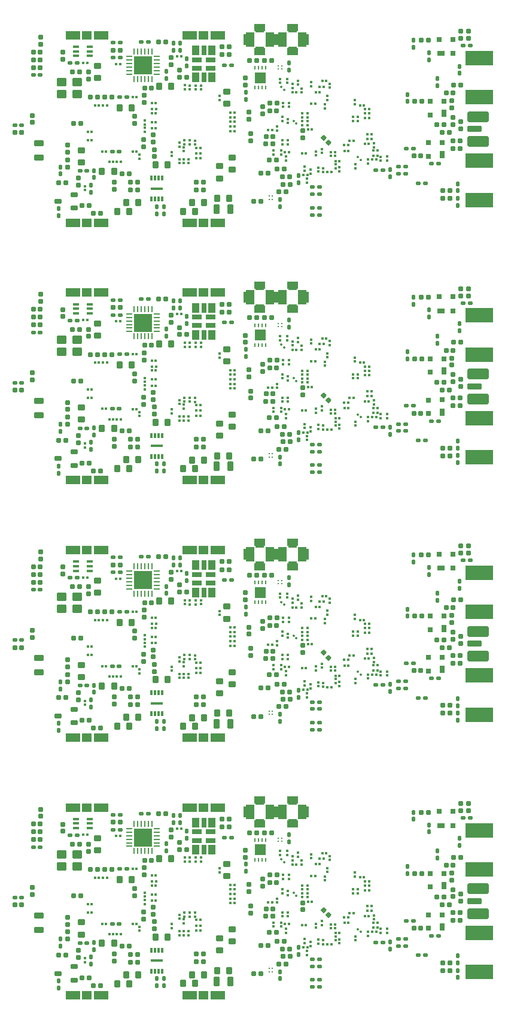
<source format=gbp>
G04 Layer_Color=128*
%FSLAX44Y44*%
%MOMM*%
G71*
G01*
G75*
G04:AMPARAMS|DCode=15|XSize=0.6mm|YSize=0.6mm|CornerRadius=0.06mm|HoleSize=0mm|Usage=FLASHONLY|Rotation=180.000|XOffset=0mm|YOffset=0mm|HoleType=Round|Shape=RoundedRectangle|*
%AMROUNDEDRECTD15*
21,1,0.6000,0.4800,0,0,180.0*
21,1,0.4800,0.6000,0,0,180.0*
1,1,0.1200,-0.2400,0.2400*
1,1,0.1200,0.2400,0.2400*
1,1,0.1200,0.2400,-0.2400*
1,1,0.1200,-0.2400,-0.2400*
%
%ADD15ROUNDEDRECTD15*%
%ADD16R,4.0000X2.0000*%
G04:AMPARAMS|DCode=18|XSize=0.5mm|YSize=0.6mm|CornerRadius=0.05mm|HoleSize=0mm|Usage=FLASHONLY|Rotation=0.000|XOffset=0mm|YOffset=0mm|HoleType=Round|Shape=RoundedRectangle|*
%AMROUNDEDRECTD18*
21,1,0.5000,0.5000,0,0,0.0*
21,1,0.4000,0.6000,0,0,0.0*
1,1,0.1000,0.2000,-0.2500*
1,1,0.1000,-0.2000,-0.2500*
1,1,0.1000,-0.2000,0.2500*
1,1,0.1000,0.2000,0.2500*
%
%ADD18ROUNDEDRECTD18*%
G04:AMPARAMS|DCode=21|XSize=0.6mm|YSize=0.6mm|CornerRadius=0.06mm|HoleSize=0mm|Usage=FLASHONLY|Rotation=270.000|XOffset=0mm|YOffset=0mm|HoleType=Round|Shape=RoundedRectangle|*
%AMROUNDEDRECTD21*
21,1,0.6000,0.4800,0,0,270.0*
21,1,0.4800,0.6000,0,0,270.0*
1,1,0.1200,-0.2400,-0.2400*
1,1,0.1200,-0.2400,0.2400*
1,1,0.1200,0.2400,0.2400*
1,1,0.1200,0.2400,-0.2400*
%
%ADD21ROUNDEDRECTD21*%
G04:AMPARAMS|DCode=22|XSize=1mm|YSize=0.9mm|CornerRadius=0.1125mm|HoleSize=0mm|Usage=FLASHONLY|Rotation=180.000|XOffset=0mm|YOffset=0mm|HoleType=Round|Shape=RoundedRectangle|*
%AMROUNDEDRECTD22*
21,1,1.0000,0.6750,0,0,180.0*
21,1,0.7750,0.9000,0,0,180.0*
1,1,0.2250,-0.3875,0.3375*
1,1,0.2250,0.3875,0.3375*
1,1,0.2250,0.3875,-0.3375*
1,1,0.2250,-0.3875,-0.3375*
%
%ADD22ROUNDEDRECTD22*%
G04:AMPARAMS|DCode=23|XSize=0.5mm|YSize=0.6mm|CornerRadius=0.05mm|HoleSize=0mm|Usage=FLASHONLY|Rotation=90.000|XOffset=0mm|YOffset=0mm|HoleType=Round|Shape=RoundedRectangle|*
%AMROUNDEDRECTD23*
21,1,0.5000,0.5000,0,0,90.0*
21,1,0.4000,0.6000,0,0,90.0*
1,1,0.1000,0.2500,0.2000*
1,1,0.1000,0.2500,-0.2000*
1,1,0.1000,-0.2500,-0.2000*
1,1,0.1000,-0.2500,0.2000*
%
%ADD23ROUNDEDRECTD23*%
%ADD33R,0.3500X0.3000*%
%ADD38R,0.3000X0.3500*%
%ADD39R,1.4000X1.3000*%
%ADD40R,2.0000X1.3000*%
G04:AMPARAMS|DCode=41|XSize=1.3mm|YSize=0.8mm|CornerRadius=0.1mm|HoleSize=0mm|Usage=FLASHONLY|Rotation=270.000|XOffset=0mm|YOffset=0mm|HoleType=Round|Shape=RoundedRectangle|*
%AMROUNDEDRECTD41*
21,1,1.3000,0.6000,0,0,270.0*
21,1,1.1000,0.8000,0,0,270.0*
1,1,0.2000,-0.3000,-0.5500*
1,1,0.2000,-0.3000,0.5500*
1,1,0.2000,0.3000,0.5500*
1,1,0.2000,0.3000,-0.5500*
%
%ADD41ROUNDEDRECTD41*%
%ADD78R,1.5500X1.0000*%
%ADD79R,1.2000X1.6000*%
%ADD80R,1.2000X1.2000*%
%ADD81R,1.2000X2.1500*%
%ADD82R,1.8000X0.3000*%
%ADD83R,0.3000X0.8000*%
%ADD84R,1.0000X0.7000*%
%ADD85R,0.7000X0.7000*%
%ADD86R,0.7000X0.7000*%
%ADD87R,0.7000X1.0000*%
%ADD88C,0.2100*%
G04:AMPARAMS|DCode=89|XSize=0.6mm|YSize=1mm|CornerRadius=0.075mm|HoleSize=0mm|Usage=FLASHONLY|Rotation=270.000|XOffset=0mm|YOffset=0mm|HoleType=Round|Shape=RoundedRectangle|*
%AMROUNDEDRECTD89*
21,1,0.6000,0.8500,0,0,270.0*
21,1,0.4500,1.0000,0,0,270.0*
1,1,0.1500,-0.4250,-0.2250*
1,1,0.1500,-0.4250,0.2250*
1,1,0.1500,0.4250,0.2250*
1,1,0.1500,0.4250,-0.2250*
%
%ADD89ROUNDEDRECTD89*%
%ADD90R,0.8500X0.4000*%
%ADD91R,1.6000X1.6000*%
%ADD92R,0.2500X0.6250*%
G04:AMPARAMS|DCode=93|XSize=1.3mm|YSize=0.8mm|CornerRadius=0.1mm|HoleSize=0mm|Usage=FLASHONLY|Rotation=180.000|XOffset=0mm|YOffset=0mm|HoleType=Round|Shape=RoundedRectangle|*
%AMROUNDEDRECTD93*
21,1,1.3000,0.6000,0,0,180.0*
21,1,1.1000,0.8000,0,0,180.0*
1,1,0.2000,-0.5500,0.3000*
1,1,0.2000,0.5500,0.3000*
1,1,0.2000,0.5500,-0.3000*
1,1,0.2000,-0.5500,-0.3000*
%
%ADD93ROUNDEDRECTD93*%
G04:AMPARAMS|DCode=94|XSize=1.4mm|YSize=1.2mm|CornerRadius=0.15mm|HoleSize=0mm|Usage=FLASHONLY|Rotation=0.000|XOffset=0mm|YOffset=0mm|HoleType=Round|Shape=RoundedRectangle|*
%AMROUNDEDRECTD94*
21,1,1.4000,0.9000,0,0,0.0*
21,1,1.1000,1.2000,0,0,0.0*
1,1,0.3000,0.5500,-0.4500*
1,1,0.3000,-0.5500,-0.4500*
1,1,0.3000,-0.5500,0.4500*
1,1,0.3000,0.5500,0.4500*
%
%ADD94ROUNDEDRECTD94*%
%ADD95R,2.6000X2.6000*%
%ADD96O,0.2500X0.9000*%
%ADD97O,0.9000X0.2500*%
G04:AMPARAMS|DCode=98|XSize=1mm|YSize=0.9mm|CornerRadius=0.1125mm|HoleSize=0mm|Usage=FLASHONLY|Rotation=270.000|XOffset=0mm|YOffset=0mm|HoleType=Round|Shape=RoundedRectangle|*
%AMROUNDEDRECTD98*
21,1,1.0000,0.6750,0,0,270.0*
21,1,0.7750,0.9000,0,0,270.0*
1,1,0.2250,-0.3375,-0.3875*
1,1,0.2250,-0.3375,0.3875*
1,1,0.2250,0.3375,0.3875*
1,1,0.2250,0.3375,-0.3875*
%
%ADD98ROUNDEDRECTD98*%
G04:AMPARAMS|DCode=99|XSize=0.9mm|YSize=2mm|CornerRadius=0.1125mm|HoleSize=0mm|Usage=FLASHONLY|Rotation=270.000|XOffset=0mm|YOffset=0mm|HoleType=Round|Shape=RoundedRectangle|*
%AMROUNDEDRECTD99*
21,1,0.9000,1.7750,0,0,270.0*
21,1,0.6750,2.0000,0,0,270.0*
1,1,0.2250,-0.8875,-0.3375*
1,1,0.2250,-0.8875,0.3375*
1,1,0.2250,0.8875,0.3375*
1,1,0.2250,0.8875,-0.3375*
%
%ADD99ROUNDEDRECTD99*%
G04:AMPARAMS|DCode=100|XSize=1.5mm|YSize=3mm|CornerRadius=0.1875mm|HoleSize=0mm|Usage=FLASHONLY|Rotation=270.000|XOffset=0mm|YOffset=0mm|HoleType=Round|Shape=RoundedRectangle|*
%AMROUNDEDRECTD100*
21,1,1.5000,2.6250,0,0,270.0*
21,1,1.1250,3.0000,0,0,270.0*
1,1,0.3750,-1.3125,-0.5625*
1,1,0.3750,-1.3125,0.5625*
1,1,0.3750,1.3125,0.5625*
1,1,0.3750,1.3125,-0.5625*
%
%ADD100ROUNDEDRECTD100*%
G04:AMPARAMS|DCode=101|XSize=0.3mm|YSize=0.35mm|CornerRadius=0mm|HoleSize=0mm|Usage=FLASHONLY|Rotation=135.000|XOffset=0mm|YOffset=0mm|HoleType=Round|Shape=Rectangle|*
%AMROTATEDRECTD101*
4,1,4,0.2298,0.0177,-0.0177,-0.2298,-0.2298,-0.0177,0.0177,0.2298,0.2298,0.0177,0.0*
%
%ADD101ROTATEDRECTD101*%

G04:AMPARAMS|DCode=102|XSize=0.6mm|YSize=0.6mm|CornerRadius=0.06mm|HoleSize=0mm|Usage=FLASHONLY|Rotation=45.000|XOffset=0mm|YOffset=0mm|HoleType=Round|Shape=RoundedRectangle|*
%AMROUNDEDRECTD102*
21,1,0.6000,0.4800,0,0,45.0*
21,1,0.4800,0.6000,0,0,45.0*
1,1,0.1200,0.3394,0.0000*
1,1,0.1200,0.0000,-0.3394*
1,1,0.1200,-0.3394,0.0000*
1,1,0.1200,0.0000,0.3394*
%
%ADD102ROUNDEDRECTD102*%
%ADD103R,0.7000X1.3500*%
%ADD104R,1.3500X0.7000*%
%ADD105R,1.0000X1.3500*%
D15*
X245885Y240025D02*
D03*
Y230025D02*
D03*
X631125Y186875D02*
D03*
Y196875D02*
D03*
X632250Y173250D02*
D03*
Y163250D02*
D03*
X37750Y176000D02*
D03*
Y166000D02*
D03*
X208750Y148250D02*
D03*
Y138250D02*
D03*
X195250Y141750D02*
D03*
Y131750D02*
D03*
X195750Y204250D02*
D03*
Y194250D02*
D03*
X181750Y174750D02*
D03*
Y164750D02*
D03*
X209750Y127750D02*
D03*
Y117750D02*
D03*
X344250Y170500D02*
D03*
Y180500D02*
D03*
X346250Y140250D02*
D03*
Y150250D02*
D03*
X363000Y178250D02*
D03*
Y188250D02*
D03*
X339000Y219000D02*
D03*
Y229000D02*
D03*
X87750Y134250D02*
D03*
Y124250D02*
D03*
Y113250D02*
D03*
Y103250D02*
D03*
X117000Y227500D02*
D03*
Y237500D02*
D03*
X80250Y265500D02*
D03*
Y255500D02*
D03*
X102250Y77500D02*
D03*
Y87500D02*
D03*
X153000Y72000D02*
D03*
Y82000D02*
D03*
X643750Y167000D02*
D03*
Y157000D02*
D03*
X419760Y144714D02*
D03*
Y154714D02*
D03*
X233750Y257750D02*
D03*
Y247750D02*
D03*
X49250Y286750D02*
D03*
Y276750D02*
D03*
X654500Y295000D02*
D03*
Y285000D02*
D03*
X643500Y295000D02*
D03*
Y285000D02*
D03*
X245885Y603725D02*
D03*
Y593725D02*
D03*
X631125Y550575D02*
D03*
Y560575D02*
D03*
X632250Y536950D02*
D03*
Y526950D02*
D03*
X37750Y539700D02*
D03*
Y529700D02*
D03*
X208750Y511950D02*
D03*
Y501950D02*
D03*
X195250Y505450D02*
D03*
Y495450D02*
D03*
X195750Y567950D02*
D03*
Y557950D02*
D03*
X181750Y538450D02*
D03*
Y528450D02*
D03*
X209750Y491450D02*
D03*
Y481450D02*
D03*
X344250Y534200D02*
D03*
Y544200D02*
D03*
X346250Y503950D02*
D03*
Y513950D02*
D03*
X363000Y541950D02*
D03*
Y551950D02*
D03*
X339000Y582700D02*
D03*
Y592700D02*
D03*
X87750Y497950D02*
D03*
Y487950D02*
D03*
Y476950D02*
D03*
Y466950D02*
D03*
X117000Y591200D02*
D03*
Y601200D02*
D03*
X80250Y629200D02*
D03*
Y619200D02*
D03*
X102250Y441200D02*
D03*
Y451200D02*
D03*
X153000Y435700D02*
D03*
Y445700D02*
D03*
X643750Y530700D02*
D03*
Y520700D02*
D03*
X419760Y508414D02*
D03*
Y518414D02*
D03*
X233750Y621450D02*
D03*
Y611450D02*
D03*
X49250Y650450D02*
D03*
Y640450D02*
D03*
X654500Y658700D02*
D03*
Y648700D02*
D03*
X643500Y658700D02*
D03*
Y648700D02*
D03*
X245885Y967425D02*
D03*
Y957425D02*
D03*
X631125Y914275D02*
D03*
Y924275D02*
D03*
X632250Y900650D02*
D03*
Y890650D02*
D03*
X37750Y903400D02*
D03*
Y893400D02*
D03*
X208750Y875650D02*
D03*
Y865650D02*
D03*
X195250Y869150D02*
D03*
Y859150D02*
D03*
X195750Y931650D02*
D03*
Y921650D02*
D03*
X181750Y902150D02*
D03*
Y892150D02*
D03*
X209750Y855150D02*
D03*
Y845150D02*
D03*
X344250Y897900D02*
D03*
Y907900D02*
D03*
X346250Y867650D02*
D03*
Y877650D02*
D03*
X363000Y905650D02*
D03*
Y915650D02*
D03*
X339000Y946400D02*
D03*
Y956400D02*
D03*
X87750Y861650D02*
D03*
Y851650D02*
D03*
Y840650D02*
D03*
Y830650D02*
D03*
X117000Y954900D02*
D03*
Y964900D02*
D03*
X80250Y992900D02*
D03*
Y982900D02*
D03*
X102250Y804900D02*
D03*
Y814900D02*
D03*
X153000Y799400D02*
D03*
Y809400D02*
D03*
X643750Y894400D02*
D03*
Y884400D02*
D03*
X419760Y872114D02*
D03*
Y882114D02*
D03*
X233750Y985150D02*
D03*
Y975150D02*
D03*
X49250Y1014150D02*
D03*
Y1004150D02*
D03*
X654500Y1022400D02*
D03*
Y1012400D02*
D03*
X643500Y1022400D02*
D03*
Y1012400D02*
D03*
X245885Y1331125D02*
D03*
Y1321125D02*
D03*
X631125Y1277975D02*
D03*
Y1287975D02*
D03*
X632250Y1264350D02*
D03*
Y1254350D02*
D03*
X37750Y1267100D02*
D03*
Y1257100D02*
D03*
X208750Y1239350D02*
D03*
Y1229350D02*
D03*
X195250Y1232850D02*
D03*
Y1222850D02*
D03*
X195750Y1295350D02*
D03*
Y1285350D02*
D03*
X181750Y1265850D02*
D03*
Y1255850D02*
D03*
X209750Y1218850D02*
D03*
Y1208850D02*
D03*
X344250Y1261600D02*
D03*
Y1271600D02*
D03*
X346250Y1231350D02*
D03*
Y1241350D02*
D03*
X363000Y1269350D02*
D03*
Y1279350D02*
D03*
X339000Y1310100D02*
D03*
Y1320100D02*
D03*
X87750Y1225350D02*
D03*
Y1215350D02*
D03*
Y1204350D02*
D03*
Y1194350D02*
D03*
X117000Y1318600D02*
D03*
Y1328600D02*
D03*
X80250Y1356600D02*
D03*
Y1346600D02*
D03*
X102250Y1168600D02*
D03*
Y1178600D02*
D03*
X153000Y1163100D02*
D03*
Y1173100D02*
D03*
X643750Y1258100D02*
D03*
Y1248100D02*
D03*
X419760Y1235814D02*
D03*
Y1245814D02*
D03*
X233750Y1348850D02*
D03*
Y1338850D02*
D03*
X49250Y1377850D02*
D03*
Y1367850D02*
D03*
X654500Y1386100D02*
D03*
Y1376100D02*
D03*
X643500Y1386100D02*
D03*
Y1376100D02*
D03*
D16*
X669450Y201675D02*
D03*
Y257075D02*
D03*
Y112075D02*
D03*
Y56675D02*
D03*
Y565375D02*
D03*
Y620775D02*
D03*
Y475775D02*
D03*
Y420375D02*
D03*
Y929075D02*
D03*
Y984475D02*
D03*
Y839475D02*
D03*
Y784075D02*
D03*
Y1292775D02*
D03*
Y1348175D02*
D03*
Y1203175D02*
D03*
Y1147775D02*
D03*
D18*
X568250Y205750D02*
D03*
Y195750D02*
D03*
X576750Y272500D02*
D03*
Y282500D02*
D03*
X74500Y44250D02*
D03*
Y34250D02*
D03*
X77250Y103250D02*
D03*
Y93250D02*
D03*
X400750Y250500D02*
D03*
Y240500D02*
D03*
X387750Y47250D02*
D03*
Y57250D02*
D03*
X120250Y77750D02*
D03*
Y67750D02*
D03*
X227000Y228000D02*
D03*
Y238000D02*
D03*
X339250Y199000D02*
D03*
Y209000D02*
D03*
X413750Y81250D02*
D03*
X413750Y91250D02*
D03*
X223250Y37250D02*
D03*
Y47250D02*
D03*
X213254D02*
D03*
Y37250D02*
D03*
X256000Y256000D02*
D03*
Y246000D02*
D03*
X246500Y268000D02*
D03*
Y278000D02*
D03*
X237250Y268000D02*
D03*
Y278000D02*
D03*
X610250Y228000D02*
D03*
Y218000D02*
D03*
X599000Y264750D02*
D03*
Y254750D02*
D03*
X543819Y89319D02*
D03*
Y99319D02*
D03*
X125000Y88250D02*
D03*
Y98250D02*
D03*
X642250Y245500D02*
D03*
Y235500D02*
D03*
X639500Y59000D02*
D03*
Y49000D02*
D03*
Y79500D02*
D03*
Y69500D02*
D03*
X568250Y569450D02*
D03*
Y559450D02*
D03*
X576750Y636200D02*
D03*
Y646200D02*
D03*
X74500Y407950D02*
D03*
Y397950D02*
D03*
X77250Y466950D02*
D03*
Y456950D02*
D03*
X400750Y614200D02*
D03*
Y604200D02*
D03*
X387750Y410950D02*
D03*
Y420950D02*
D03*
X120250Y441450D02*
D03*
Y431450D02*
D03*
X227000Y591700D02*
D03*
Y601700D02*
D03*
X339250Y562700D02*
D03*
Y572700D02*
D03*
X413750Y444950D02*
D03*
X413750Y454950D02*
D03*
X223250Y400950D02*
D03*
Y410950D02*
D03*
X213254D02*
D03*
Y400950D02*
D03*
X256000Y619700D02*
D03*
Y609700D02*
D03*
X246500Y631700D02*
D03*
Y641700D02*
D03*
X237250Y631700D02*
D03*
Y641700D02*
D03*
X610250Y591700D02*
D03*
Y581700D02*
D03*
X599000Y628450D02*
D03*
Y618450D02*
D03*
X543819Y453019D02*
D03*
Y463019D02*
D03*
X125000Y451950D02*
D03*
Y461950D02*
D03*
X642250Y609200D02*
D03*
Y599200D02*
D03*
X639500Y422700D02*
D03*
Y412700D02*
D03*
Y443200D02*
D03*
Y433200D02*
D03*
X568250Y933150D02*
D03*
Y923150D02*
D03*
X576750Y999900D02*
D03*
Y1009900D02*
D03*
X74500Y771650D02*
D03*
Y761650D02*
D03*
X77250Y830650D02*
D03*
Y820650D02*
D03*
X400750Y977900D02*
D03*
Y967900D02*
D03*
X387750Y774650D02*
D03*
Y784650D02*
D03*
X120250Y805150D02*
D03*
Y795150D02*
D03*
X227000Y955400D02*
D03*
Y965400D02*
D03*
X339250Y926400D02*
D03*
Y936400D02*
D03*
X413750Y808650D02*
D03*
X413750Y818650D02*
D03*
X223250Y764650D02*
D03*
Y774650D02*
D03*
X213254D02*
D03*
Y764650D02*
D03*
X256000Y983400D02*
D03*
Y973400D02*
D03*
X246500Y995400D02*
D03*
Y1005400D02*
D03*
X237250Y995400D02*
D03*
Y1005400D02*
D03*
X610250Y955400D02*
D03*
Y945400D02*
D03*
X599000Y992150D02*
D03*
Y982150D02*
D03*
X543819Y816719D02*
D03*
Y826719D02*
D03*
X125000Y815650D02*
D03*
Y825650D02*
D03*
X642250Y972900D02*
D03*
Y962900D02*
D03*
X639500Y786400D02*
D03*
Y776400D02*
D03*
Y806900D02*
D03*
Y796900D02*
D03*
X568250Y1296850D02*
D03*
Y1286850D02*
D03*
X576750Y1363600D02*
D03*
Y1373600D02*
D03*
X74500Y1135350D02*
D03*
Y1125350D02*
D03*
X77250Y1194350D02*
D03*
Y1184350D02*
D03*
X400750Y1341600D02*
D03*
Y1331600D02*
D03*
X387750Y1138350D02*
D03*
Y1148350D02*
D03*
X120250Y1168850D02*
D03*
Y1158850D02*
D03*
X227000Y1319100D02*
D03*
Y1329100D02*
D03*
X339250Y1290100D02*
D03*
Y1300100D02*
D03*
X413750Y1172350D02*
D03*
X413750Y1182350D02*
D03*
X223250Y1128350D02*
D03*
Y1138350D02*
D03*
X213254D02*
D03*
Y1128350D02*
D03*
X256000Y1347100D02*
D03*
Y1337100D02*
D03*
X246500Y1359100D02*
D03*
Y1369100D02*
D03*
X237250Y1359100D02*
D03*
Y1369100D02*
D03*
X610250Y1319100D02*
D03*
Y1309100D02*
D03*
X599000Y1355850D02*
D03*
Y1345850D02*
D03*
X543819Y1180419D02*
D03*
Y1190419D02*
D03*
X125000Y1179350D02*
D03*
Y1189350D02*
D03*
X642250Y1336600D02*
D03*
Y1326600D02*
D03*
X639500Y1150100D02*
D03*
Y1140100D02*
D03*
Y1170600D02*
D03*
Y1160600D02*
D03*
D21*
X255750Y230000D02*
D03*
X245750D02*
D03*
X74500Y80750D02*
D03*
X84500D02*
D03*
X124000Y37500D02*
D03*
X134000D02*
D03*
X108000Y48500D02*
D03*
X118000D02*
D03*
X620125Y162625D02*
D03*
X610125D02*
D03*
X587500Y282500D02*
D03*
X597500D02*
D03*
X587250Y118750D02*
D03*
X577250D02*
D03*
X588750Y195750D02*
D03*
X578750Y195750D02*
D03*
X627625Y151625D02*
D03*
X617625D02*
D03*
X632875Y207875D02*
D03*
X622875D02*
D03*
X643250Y219000D02*
D03*
X633250D02*
D03*
X642750Y140500D02*
D03*
X632750Y140500D02*
D03*
X206250Y214750D02*
D03*
X196250D02*
D03*
X48750Y265750D02*
D03*
X38750D02*
D03*
X48750Y254750D02*
D03*
X38750D02*
D03*
X368000Y135750D02*
D03*
X378000D02*
D03*
X365750Y253750D02*
D03*
X375750D02*
D03*
X344750D02*
D03*
X354750D02*
D03*
X22525Y151705D02*
D03*
X12525D02*
D03*
X360500Y54250D02*
D03*
X350500D02*
D03*
X386000Y68250D02*
D03*
X396000D02*
D03*
X119500Y201750D02*
D03*
X129500D02*
D03*
X149750D02*
D03*
X139750D02*
D03*
X48750Y243750D02*
D03*
X38750D02*
D03*
X96000Y164750D02*
D03*
X106000D02*
D03*
X94250Y237500D02*
D03*
X104250D02*
D03*
X216250Y280250D02*
D03*
X226250D02*
D03*
X164500Y93750D02*
D03*
X174500D02*
D03*
X176391Y81901D02*
D03*
X186391D02*
D03*
X269500Y82000D02*
D03*
X279500D02*
D03*
X186641Y70901D02*
D03*
X176641D02*
D03*
X279500Y71000D02*
D03*
X269500D02*
D03*
X632750Y129500D02*
D03*
X642750D02*
D03*
X368010Y146214D02*
D03*
X378010D02*
D03*
X373260Y193714D02*
D03*
X383260D02*
D03*
X373223Y182750D02*
D03*
X383223D02*
D03*
X373000Y112777D02*
D03*
X383000D02*
D03*
X371000Y94277D02*
D03*
X361000D02*
D03*
X401500Y89027D02*
D03*
X391500D02*
D03*
X393500Y100027D02*
D03*
X383500D02*
D03*
X402510Y78714D02*
D03*
X392510D02*
D03*
X306000Y261750D02*
D03*
X316000D02*
D03*
X305944Y272913D02*
D03*
X315944D02*
D03*
X151750Y268250D02*
D03*
X161750D02*
D03*
X618000Y58780D02*
D03*
X628000D02*
D03*
X618000Y69750D02*
D03*
X628000D02*
D03*
X255750Y593700D02*
D03*
X245750D02*
D03*
X74500Y444450D02*
D03*
X84500D02*
D03*
X124000Y401200D02*
D03*
X134000D02*
D03*
X108000Y412200D02*
D03*
X118000D02*
D03*
X620125Y526325D02*
D03*
X610125D02*
D03*
X587500Y646200D02*
D03*
X597500D02*
D03*
X587250Y482450D02*
D03*
X577250D02*
D03*
X588750Y559450D02*
D03*
X578750Y559450D02*
D03*
X627625Y515325D02*
D03*
X617625D02*
D03*
X632875Y571575D02*
D03*
X622875D02*
D03*
X643250Y582700D02*
D03*
X633250D02*
D03*
X642750Y504200D02*
D03*
X632750Y504200D02*
D03*
X206250Y578450D02*
D03*
X196250D02*
D03*
X48750Y629450D02*
D03*
X38750D02*
D03*
X48750Y618450D02*
D03*
X38750D02*
D03*
X368000Y499450D02*
D03*
X378000D02*
D03*
X365750Y617450D02*
D03*
X375750D02*
D03*
X344750D02*
D03*
X354750D02*
D03*
X22525Y515405D02*
D03*
X12525D02*
D03*
X360500Y417950D02*
D03*
X350500D02*
D03*
X386000Y431950D02*
D03*
X396000D02*
D03*
X119500Y565450D02*
D03*
X129500D02*
D03*
X149750D02*
D03*
X139750D02*
D03*
X48750Y607450D02*
D03*
X38750D02*
D03*
X96000Y528450D02*
D03*
X106000D02*
D03*
X94250Y601200D02*
D03*
X104250D02*
D03*
X216250Y643950D02*
D03*
X226250D02*
D03*
X164500Y457450D02*
D03*
X174500D02*
D03*
X176391Y445601D02*
D03*
X186391D02*
D03*
X269500Y445700D02*
D03*
X279500D02*
D03*
X186641Y434601D02*
D03*
X176641D02*
D03*
X279500Y434700D02*
D03*
X269500D02*
D03*
X632750Y493200D02*
D03*
X642750D02*
D03*
X368010Y509914D02*
D03*
X378010D02*
D03*
X373260Y557414D02*
D03*
X383260D02*
D03*
X373223Y546450D02*
D03*
X383223D02*
D03*
X373000Y476477D02*
D03*
X383000D02*
D03*
X371000Y457977D02*
D03*
X361000D02*
D03*
X401500Y452727D02*
D03*
X391500D02*
D03*
X393500Y463727D02*
D03*
X383500D02*
D03*
X402510Y442414D02*
D03*
X392510D02*
D03*
X306000Y625450D02*
D03*
X316000D02*
D03*
X305944Y636613D02*
D03*
X315944D02*
D03*
X151750Y631950D02*
D03*
X161750D02*
D03*
X618000Y422480D02*
D03*
X628000D02*
D03*
X618000Y433450D02*
D03*
X628000D02*
D03*
X255750Y957400D02*
D03*
X245750D02*
D03*
X74500Y808150D02*
D03*
X84500D02*
D03*
X124000Y764900D02*
D03*
X134000D02*
D03*
X108000Y775900D02*
D03*
X118000D02*
D03*
X620125Y890025D02*
D03*
X610125D02*
D03*
X587500Y1009900D02*
D03*
X597500D02*
D03*
X587250Y846150D02*
D03*
X577250D02*
D03*
X588750Y923150D02*
D03*
X578750Y923150D02*
D03*
X627625Y879025D02*
D03*
X617625D02*
D03*
X632875Y935275D02*
D03*
X622875D02*
D03*
X643250Y946400D02*
D03*
X633250D02*
D03*
X642750Y867900D02*
D03*
X632750Y867900D02*
D03*
X206250Y942150D02*
D03*
X196250D02*
D03*
X48750Y993150D02*
D03*
X38750D02*
D03*
X48750Y982150D02*
D03*
X38750D02*
D03*
X368000Y863150D02*
D03*
X378000D02*
D03*
X365750Y981150D02*
D03*
X375750D02*
D03*
X344750D02*
D03*
X354750D02*
D03*
X22525Y879105D02*
D03*
X12525D02*
D03*
X360500Y781650D02*
D03*
X350500D02*
D03*
X386000Y795650D02*
D03*
X396000D02*
D03*
X119500Y929150D02*
D03*
X129500D02*
D03*
X149750D02*
D03*
X139750D02*
D03*
X48750Y971150D02*
D03*
X38750D02*
D03*
X96000Y892150D02*
D03*
X106000D02*
D03*
X94250Y964900D02*
D03*
X104250D02*
D03*
X216250Y1007650D02*
D03*
X226250D02*
D03*
X164500Y821150D02*
D03*
X174500D02*
D03*
X176391Y809301D02*
D03*
X186391D02*
D03*
X269500Y809400D02*
D03*
X279500D02*
D03*
X186641Y798301D02*
D03*
X176641D02*
D03*
X279500Y798400D02*
D03*
X269500D02*
D03*
X632750Y856900D02*
D03*
X642750D02*
D03*
X368010Y873614D02*
D03*
X378010D02*
D03*
X373260Y921114D02*
D03*
X383260D02*
D03*
X373223Y910150D02*
D03*
X383223D02*
D03*
X373000Y840177D02*
D03*
X383000D02*
D03*
X371000Y821677D02*
D03*
X361000D02*
D03*
X401500Y816427D02*
D03*
X391500D02*
D03*
X393500Y827427D02*
D03*
X383500D02*
D03*
X402510Y806114D02*
D03*
X392510D02*
D03*
X306000Y989150D02*
D03*
X316000D02*
D03*
X305944Y1000313D02*
D03*
X315944D02*
D03*
X151750Y995650D02*
D03*
X161750D02*
D03*
X618000Y786180D02*
D03*
X628000D02*
D03*
X618000Y797150D02*
D03*
X628000D02*
D03*
X255750Y1321100D02*
D03*
X245750D02*
D03*
X74500Y1171850D02*
D03*
X84500D02*
D03*
X124000Y1128600D02*
D03*
X134000D02*
D03*
X108000Y1139600D02*
D03*
X118000D02*
D03*
X620125Y1253725D02*
D03*
X610125D02*
D03*
X587500Y1373600D02*
D03*
X597500D02*
D03*
X587250Y1209850D02*
D03*
X577250D02*
D03*
X588750Y1286850D02*
D03*
X578750Y1286850D02*
D03*
X627625Y1242725D02*
D03*
X617625D02*
D03*
X632875Y1298975D02*
D03*
X622875D02*
D03*
X643250Y1310100D02*
D03*
X633250D02*
D03*
X642750Y1231600D02*
D03*
X632750Y1231600D02*
D03*
X206250Y1305850D02*
D03*
X196250D02*
D03*
X48750Y1356850D02*
D03*
X38750D02*
D03*
X48750Y1345850D02*
D03*
X38750D02*
D03*
X368000Y1226850D02*
D03*
X378000D02*
D03*
X365750Y1344850D02*
D03*
X375750D02*
D03*
X344750D02*
D03*
X354750D02*
D03*
X22525Y1242805D02*
D03*
X12525D02*
D03*
X360500Y1145350D02*
D03*
X350500D02*
D03*
X386000Y1159350D02*
D03*
X396000D02*
D03*
X119500Y1292850D02*
D03*
X129500D02*
D03*
X149750D02*
D03*
X139750D02*
D03*
X48750Y1334850D02*
D03*
X38750D02*
D03*
X96000Y1255850D02*
D03*
X106000D02*
D03*
X94250Y1328600D02*
D03*
X104250D02*
D03*
X216250Y1371350D02*
D03*
X226250D02*
D03*
X164500Y1184850D02*
D03*
X174500D02*
D03*
X176391Y1173001D02*
D03*
X186391D02*
D03*
X269500Y1173100D02*
D03*
X279500D02*
D03*
X186641Y1162001D02*
D03*
X176641D02*
D03*
X279500Y1162100D02*
D03*
X269500D02*
D03*
X632750Y1220600D02*
D03*
X642750D02*
D03*
X368010Y1237314D02*
D03*
X378010D02*
D03*
X373260Y1284814D02*
D03*
X383260D02*
D03*
X373223Y1273850D02*
D03*
X383223D02*
D03*
X373000Y1203877D02*
D03*
X383000D02*
D03*
X371000Y1185377D02*
D03*
X361000D02*
D03*
X401500Y1180127D02*
D03*
X391500D02*
D03*
X393500Y1191127D02*
D03*
X383500D02*
D03*
X402510Y1169814D02*
D03*
X392510D02*
D03*
X306000Y1352850D02*
D03*
X316000D02*
D03*
X305944Y1364014D02*
D03*
X315944D02*
D03*
X151750Y1359350D02*
D03*
X161750D02*
D03*
X618000Y1149880D02*
D03*
X628000D02*
D03*
X618000Y1160850D02*
D03*
X628000D02*
D03*
D22*
X302500Y87250D02*
D03*
Y104250D02*
D03*
X312500Y192350D02*
D03*
Y209350D02*
D03*
X106750Y109850D02*
D03*
Y126850D02*
D03*
X320500Y99750D02*
D03*
Y116750D02*
D03*
X130000Y246000D02*
D03*
Y229000D02*
D03*
X302500Y450950D02*
D03*
Y467950D02*
D03*
X312500Y556050D02*
D03*
Y573050D02*
D03*
X106750Y473550D02*
D03*
Y490550D02*
D03*
X320500Y463450D02*
D03*
Y480450D02*
D03*
X130000Y609700D02*
D03*
Y592700D02*
D03*
X302500Y814650D02*
D03*
Y831650D02*
D03*
X312500Y919750D02*
D03*
Y936750D02*
D03*
X106750Y837250D02*
D03*
Y854250D02*
D03*
X320500Y827150D02*
D03*
Y844150D02*
D03*
X130000Y973400D02*
D03*
Y956400D02*
D03*
X302500Y1178350D02*
D03*
Y1195350D02*
D03*
X312500Y1283450D02*
D03*
Y1300450D02*
D03*
X106750Y1200950D02*
D03*
Y1217950D02*
D03*
X320500Y1190850D02*
D03*
Y1207850D02*
D03*
X130000Y1337100D02*
D03*
Y1320100D02*
D03*
D23*
X309500Y247000D02*
D03*
X319500D02*
D03*
X566500Y129250D02*
D03*
X576500D02*
D03*
X48750Y233250D02*
D03*
X38750D02*
D03*
X12500Y162000D02*
D03*
X22500D02*
D03*
X104750Y97750D02*
D03*
X114750D02*
D03*
X101000Y250250D02*
D03*
X91000D02*
D03*
X160501Y125100D02*
D03*
X150500D02*
D03*
X160751Y202350D02*
D03*
X170751D02*
D03*
X201750Y280250D02*
D03*
X191750D02*
D03*
X555853Y93750D02*
D03*
X565853D02*
D03*
X523250Y98750D02*
D03*
X533250D02*
D03*
X434000Y45750D02*
D03*
X444000D02*
D03*
X443918Y74667D02*
D03*
X433918D02*
D03*
X151750Y257750D02*
D03*
X161750D02*
D03*
X151750Y278750D02*
D03*
X161750D02*
D03*
X612000Y107750D02*
D03*
X602000D02*
D03*
X593750Y80250D02*
D03*
X583750D02*
D03*
X555853Y103750D02*
D03*
X565853D02*
D03*
X433918Y64667D02*
D03*
X443918D02*
D03*
X434000Y35500D02*
D03*
X444000D02*
D03*
X657000Y274500D02*
D03*
X647000D02*
D03*
X309500Y610700D02*
D03*
X319500D02*
D03*
X566500Y492950D02*
D03*
X576500D02*
D03*
X48750Y596950D02*
D03*
X38750D02*
D03*
X12500Y525700D02*
D03*
X22500D02*
D03*
X104750Y461450D02*
D03*
X114750D02*
D03*
X101000Y613950D02*
D03*
X91000D02*
D03*
X160501Y488800D02*
D03*
X150500D02*
D03*
X160751Y566050D02*
D03*
X170751D02*
D03*
X201750Y643950D02*
D03*
X191750D02*
D03*
X555853Y457450D02*
D03*
X565853D02*
D03*
X523250Y462450D02*
D03*
X533250D02*
D03*
X434000Y409450D02*
D03*
X444000D02*
D03*
X443918Y438367D02*
D03*
X433918D02*
D03*
X151750Y621450D02*
D03*
X161750D02*
D03*
X151750Y642450D02*
D03*
X161750D02*
D03*
X612000Y471450D02*
D03*
X602000D02*
D03*
X593750Y443950D02*
D03*
X583750D02*
D03*
X555853Y467450D02*
D03*
X565853D02*
D03*
X433918Y428367D02*
D03*
X443918D02*
D03*
X434000Y399200D02*
D03*
X444000D02*
D03*
X657000Y638200D02*
D03*
X647000D02*
D03*
X309500Y974400D02*
D03*
X319500D02*
D03*
X566500Y856650D02*
D03*
X576500D02*
D03*
X48750Y960650D02*
D03*
X38750D02*
D03*
X12500Y889400D02*
D03*
X22500D02*
D03*
X104750Y825150D02*
D03*
X114750D02*
D03*
X101000Y977650D02*
D03*
X91000D02*
D03*
X160501Y852500D02*
D03*
X150500D02*
D03*
X160751Y929750D02*
D03*
X170751D02*
D03*
X201750Y1007650D02*
D03*
X191750D02*
D03*
X555853Y821150D02*
D03*
X565853D02*
D03*
X523250Y826150D02*
D03*
X533250D02*
D03*
X434000Y773150D02*
D03*
X444000D02*
D03*
X443918Y802067D02*
D03*
X433918D02*
D03*
X151750Y985150D02*
D03*
X161750D02*
D03*
X151750Y1006150D02*
D03*
X161750D02*
D03*
X612000Y835150D02*
D03*
X602000D02*
D03*
X593750Y807650D02*
D03*
X583750D02*
D03*
X555853Y831150D02*
D03*
X565853D02*
D03*
X433918Y792067D02*
D03*
X443918D02*
D03*
X434000Y762900D02*
D03*
X444000D02*
D03*
X657000Y1001900D02*
D03*
X647000D02*
D03*
X309500Y1338100D02*
D03*
X319500D02*
D03*
X566500Y1220350D02*
D03*
X576500D02*
D03*
X48750Y1324350D02*
D03*
X38750D02*
D03*
X12500Y1253100D02*
D03*
X22500D02*
D03*
X104750Y1188850D02*
D03*
X114750D02*
D03*
X101000Y1341350D02*
D03*
X91000D02*
D03*
X160501Y1216200D02*
D03*
X150500D02*
D03*
X160751Y1293450D02*
D03*
X170751D02*
D03*
X201750Y1371350D02*
D03*
X191750D02*
D03*
X555853Y1184850D02*
D03*
X565853D02*
D03*
X523250Y1189850D02*
D03*
X533250D02*
D03*
X434000Y1136850D02*
D03*
X444000D02*
D03*
X443918Y1165767D02*
D03*
X433918D02*
D03*
X151750Y1348850D02*
D03*
X161750D02*
D03*
X151750Y1369850D02*
D03*
X161750D02*
D03*
X612000Y1198850D02*
D03*
X602000D02*
D03*
X593750Y1171350D02*
D03*
X583750D02*
D03*
X555853Y1194850D02*
D03*
X565853D02*
D03*
X433918Y1155767D02*
D03*
X443918D02*
D03*
X434000Y1126600D02*
D03*
X444000D02*
D03*
X657000Y1365600D02*
D03*
X647000D02*
D03*
D33*
X491500Y168200D02*
D03*
Y173800D02*
D03*
X493890Y191950D02*
D03*
Y197550D02*
D03*
X498250Y173800D02*
D03*
Y168200D02*
D03*
X258500Y114300D02*
D03*
Y108700D02*
D03*
X196751Y158400D02*
D03*
Y152800D02*
D03*
X188750Y115050D02*
D03*
Y120650D02*
D03*
X111500Y76050D02*
D03*
Y70450D02*
D03*
X196250Y168900D02*
D03*
Y163300D02*
D03*
X245250Y108700D02*
D03*
Y114300D02*
D03*
X252000Y108700D02*
D03*
X252000Y114300D02*
D03*
X267500Y134950D02*
D03*
X267500Y140550D02*
D03*
X260400Y218260D02*
D03*
Y212660D02*
D03*
X252950Y218510D02*
D03*
Y212910D02*
D03*
X260250Y135200D02*
D03*
Y140800D02*
D03*
X252500Y135200D02*
D03*
X252500Y140800D02*
D03*
X268600Y218260D02*
D03*
Y212660D02*
D03*
X234500Y118700D02*
D03*
Y124300D02*
D03*
X251500Y125450D02*
D03*
Y131050D02*
D03*
X246000Y137550D02*
D03*
X246000Y131950D02*
D03*
X276500Y218300D02*
D03*
Y212700D02*
D03*
X302750Y203300D02*
D03*
Y197700D02*
D03*
X398510Y140940D02*
D03*
Y135340D02*
D03*
X391250Y141027D02*
D03*
Y135427D02*
D03*
X383250Y154750D02*
D03*
Y160350D02*
D03*
X399260Y165414D02*
D03*
Y171014D02*
D03*
X391460Y168214D02*
D03*
Y173814D02*
D03*
X392000Y193714D02*
D03*
Y188114D02*
D03*
X400500Y193714D02*
D03*
Y188114D02*
D03*
X398010Y227764D02*
D03*
Y222164D02*
D03*
X388000Y222027D02*
D03*
Y227627D02*
D03*
X418760Y208414D02*
D03*
Y214014D02*
D03*
X405750Y214777D02*
D03*
Y220377D02*
D03*
X413260Y219414D02*
D03*
Y225014D02*
D03*
X426760Y168014D02*
D03*
Y162414D02*
D03*
X419250Y168110D02*
D03*
Y162510D02*
D03*
X426760Y179014D02*
D03*
Y173414D02*
D03*
X419250Y179014D02*
D03*
Y173414D02*
D03*
X454760Y203714D02*
D03*
Y198114D02*
D03*
X431760Y217414D02*
D03*
Y223014D02*
D03*
X451250Y191777D02*
D03*
Y186177D02*
D03*
X458260Y215164D02*
D03*
Y220764D02*
D03*
X520500Y131277D02*
D03*
Y136877D02*
D03*
X530465Y117673D02*
D03*
Y112073D02*
D03*
X539437Y117817D02*
D03*
Y112217D02*
D03*
X439000Y125100D02*
D03*
Y119500D02*
D03*
X447270Y122964D02*
D03*
Y128564D02*
D03*
X442250Y102300D02*
D03*
Y96700D02*
D03*
X512460Y113514D02*
D03*
Y107914D02*
D03*
X422510Y103514D02*
D03*
Y97914D02*
D03*
X389260Y126514D02*
D03*
Y120914D02*
D03*
X378750Y126527D02*
D03*
Y120927D02*
D03*
X396250Y112277D02*
D03*
Y117877D02*
D03*
X448750Y101550D02*
D03*
Y95950D02*
D03*
X494740Y107000D02*
D03*
Y101400D02*
D03*
X426060Y86564D02*
D03*
Y80964D02*
D03*
X431500Y99250D02*
D03*
Y93650D02*
D03*
X471750Y97200D02*
D03*
Y102800D02*
D03*
X466300Y101450D02*
D03*
Y107050D02*
D03*
X491500Y531900D02*
D03*
Y537500D02*
D03*
X493890Y555650D02*
D03*
Y561250D02*
D03*
X498250Y537500D02*
D03*
Y531900D02*
D03*
X258500Y478000D02*
D03*
Y472400D02*
D03*
X196751Y522100D02*
D03*
Y516500D02*
D03*
X188750Y478750D02*
D03*
Y484350D02*
D03*
X111500Y439750D02*
D03*
Y434150D02*
D03*
X196250Y532600D02*
D03*
Y527000D02*
D03*
X245250Y472400D02*
D03*
Y478000D02*
D03*
X252000Y472400D02*
D03*
X252000Y478000D02*
D03*
X267500Y498650D02*
D03*
X267500Y504250D02*
D03*
X260400Y581960D02*
D03*
Y576360D02*
D03*
X252950Y582210D02*
D03*
Y576610D02*
D03*
X260250Y498900D02*
D03*
Y504500D02*
D03*
X252500Y498900D02*
D03*
X252500Y504500D02*
D03*
X268600Y581960D02*
D03*
Y576360D02*
D03*
X234500Y482400D02*
D03*
Y488000D02*
D03*
X251500Y489150D02*
D03*
Y494750D02*
D03*
X246000Y501250D02*
D03*
X246000Y495650D02*
D03*
X276500Y582000D02*
D03*
Y576400D02*
D03*
X302750Y567000D02*
D03*
Y561400D02*
D03*
X398510Y504640D02*
D03*
Y499040D02*
D03*
X391250Y504727D02*
D03*
Y499127D02*
D03*
X383250Y518450D02*
D03*
Y524050D02*
D03*
X399260Y529114D02*
D03*
Y534714D02*
D03*
X391460Y531914D02*
D03*
Y537514D02*
D03*
X392000Y557414D02*
D03*
Y551814D02*
D03*
X400500Y557414D02*
D03*
Y551814D02*
D03*
X398010Y591464D02*
D03*
Y585864D02*
D03*
X388000Y585727D02*
D03*
Y591327D02*
D03*
X418760Y572114D02*
D03*
Y577714D02*
D03*
X405750Y578477D02*
D03*
Y584077D02*
D03*
X413260Y583114D02*
D03*
Y588714D02*
D03*
X426760Y531714D02*
D03*
Y526114D02*
D03*
X419250Y531810D02*
D03*
Y526210D02*
D03*
X426760Y542714D02*
D03*
Y537114D02*
D03*
X419250Y542714D02*
D03*
Y537114D02*
D03*
X454760Y567414D02*
D03*
Y561814D02*
D03*
X431760Y581114D02*
D03*
Y586714D02*
D03*
X451250Y555477D02*
D03*
Y549877D02*
D03*
X458260Y578864D02*
D03*
Y584464D02*
D03*
X520500Y494977D02*
D03*
Y500577D02*
D03*
X530465Y481373D02*
D03*
Y475773D02*
D03*
X539437Y481517D02*
D03*
Y475917D02*
D03*
X439000Y488800D02*
D03*
Y483200D02*
D03*
X447270Y486664D02*
D03*
Y492264D02*
D03*
X442250Y466000D02*
D03*
Y460400D02*
D03*
X512460Y477214D02*
D03*
Y471614D02*
D03*
X422510Y467214D02*
D03*
Y461614D02*
D03*
X389260Y490214D02*
D03*
Y484614D02*
D03*
X378750Y490227D02*
D03*
Y484627D02*
D03*
X396250Y475977D02*
D03*
Y481577D02*
D03*
X448750Y465250D02*
D03*
Y459650D02*
D03*
X494740Y470700D02*
D03*
Y465100D02*
D03*
X426060Y450264D02*
D03*
Y444664D02*
D03*
X431500Y462950D02*
D03*
Y457350D02*
D03*
X471750Y460900D02*
D03*
Y466500D02*
D03*
X466300Y465150D02*
D03*
Y470750D02*
D03*
X491500Y895600D02*
D03*
Y901200D02*
D03*
X493890Y919350D02*
D03*
Y924950D02*
D03*
X498250Y901200D02*
D03*
Y895600D02*
D03*
X258500Y841700D02*
D03*
Y836100D02*
D03*
X196751Y885800D02*
D03*
Y880200D02*
D03*
X188750Y842450D02*
D03*
Y848050D02*
D03*
X111500Y803450D02*
D03*
Y797850D02*
D03*
X196250Y896300D02*
D03*
Y890700D02*
D03*
X245250Y836100D02*
D03*
Y841700D02*
D03*
X252000Y836100D02*
D03*
X252000Y841700D02*
D03*
X267500Y862350D02*
D03*
X267500Y867950D02*
D03*
X260400Y945660D02*
D03*
Y940060D02*
D03*
X252950Y945910D02*
D03*
Y940310D02*
D03*
X260250Y862600D02*
D03*
Y868200D02*
D03*
X252500Y862600D02*
D03*
X252500Y868200D02*
D03*
X268600Y945660D02*
D03*
Y940060D02*
D03*
X234500Y846100D02*
D03*
Y851700D02*
D03*
X251500Y852850D02*
D03*
Y858450D02*
D03*
X246000Y864950D02*
D03*
X246000Y859350D02*
D03*
X276500Y945700D02*
D03*
Y940100D02*
D03*
X302750Y930700D02*
D03*
Y925100D02*
D03*
X398510Y868340D02*
D03*
Y862740D02*
D03*
X391250Y868427D02*
D03*
Y862827D02*
D03*
X383250Y882150D02*
D03*
Y887750D02*
D03*
X399260Y892814D02*
D03*
Y898414D02*
D03*
X391460Y895614D02*
D03*
Y901214D02*
D03*
X392000Y921114D02*
D03*
Y915514D02*
D03*
X400500Y921114D02*
D03*
Y915514D02*
D03*
X398010Y955164D02*
D03*
Y949564D02*
D03*
X388000Y949427D02*
D03*
Y955027D02*
D03*
X418760Y935814D02*
D03*
Y941414D02*
D03*
X405750Y942177D02*
D03*
Y947777D02*
D03*
X413260Y946814D02*
D03*
Y952414D02*
D03*
X426760Y895414D02*
D03*
Y889814D02*
D03*
X419250Y895510D02*
D03*
Y889910D02*
D03*
X426760Y906414D02*
D03*
Y900814D02*
D03*
X419250Y906414D02*
D03*
Y900814D02*
D03*
X454760Y931114D02*
D03*
Y925514D02*
D03*
X431760Y944814D02*
D03*
Y950414D02*
D03*
X451250Y919177D02*
D03*
Y913577D02*
D03*
X458260Y942564D02*
D03*
Y948164D02*
D03*
X520500Y858677D02*
D03*
Y864277D02*
D03*
X530465Y845073D02*
D03*
Y839473D02*
D03*
X539437Y845217D02*
D03*
Y839617D02*
D03*
X439000Y852500D02*
D03*
Y846900D02*
D03*
X447270Y850364D02*
D03*
Y855964D02*
D03*
X442250Y829700D02*
D03*
Y824100D02*
D03*
X512460Y840914D02*
D03*
Y835314D02*
D03*
X422510Y830914D02*
D03*
Y825314D02*
D03*
X389260Y853914D02*
D03*
Y848314D02*
D03*
X378750Y853927D02*
D03*
Y848327D02*
D03*
X396250Y839677D02*
D03*
Y845277D02*
D03*
X448750Y828950D02*
D03*
Y823350D02*
D03*
X494740Y834400D02*
D03*
Y828800D02*
D03*
X426060Y813964D02*
D03*
Y808364D02*
D03*
X431500Y826650D02*
D03*
Y821050D02*
D03*
X471750Y824600D02*
D03*
Y830200D02*
D03*
X466300Y828850D02*
D03*
Y834450D02*
D03*
X491500Y1259300D02*
D03*
Y1264900D02*
D03*
X493890Y1283050D02*
D03*
Y1288650D02*
D03*
X498250Y1264900D02*
D03*
Y1259300D02*
D03*
X258500Y1205400D02*
D03*
Y1199800D02*
D03*
X196751Y1249500D02*
D03*
Y1243900D02*
D03*
X188750Y1206150D02*
D03*
Y1211750D02*
D03*
X111500Y1167150D02*
D03*
Y1161550D02*
D03*
X196250Y1260000D02*
D03*
Y1254400D02*
D03*
X245250Y1199800D02*
D03*
Y1205400D02*
D03*
X252000Y1199800D02*
D03*
X252000Y1205400D02*
D03*
X267500Y1226050D02*
D03*
X267500Y1231650D02*
D03*
X260400Y1309360D02*
D03*
Y1303760D02*
D03*
X252950Y1309610D02*
D03*
Y1304010D02*
D03*
X260250Y1226300D02*
D03*
Y1231900D02*
D03*
X252500Y1226300D02*
D03*
X252500Y1231900D02*
D03*
X268600Y1309360D02*
D03*
Y1303760D02*
D03*
X234500Y1209800D02*
D03*
Y1215400D02*
D03*
X251500Y1216550D02*
D03*
Y1222150D02*
D03*
X246000Y1228650D02*
D03*
X246000Y1223050D02*
D03*
X276500Y1309400D02*
D03*
Y1303800D02*
D03*
X302750Y1294400D02*
D03*
Y1288800D02*
D03*
X398510Y1232040D02*
D03*
Y1226440D02*
D03*
X391250Y1232127D02*
D03*
Y1226527D02*
D03*
X383250Y1245850D02*
D03*
Y1251450D02*
D03*
X399260Y1256514D02*
D03*
Y1262114D02*
D03*
X391460Y1259314D02*
D03*
Y1264914D02*
D03*
X392000Y1284814D02*
D03*
Y1279214D02*
D03*
X400500Y1284814D02*
D03*
Y1279214D02*
D03*
X398010Y1318864D02*
D03*
Y1313264D02*
D03*
X388000Y1313127D02*
D03*
Y1318727D02*
D03*
X418760Y1299514D02*
D03*
Y1305114D02*
D03*
X405750Y1305877D02*
D03*
Y1311477D02*
D03*
X413260Y1310514D02*
D03*
Y1316114D02*
D03*
X426760Y1259114D02*
D03*
Y1253514D02*
D03*
X419250Y1259210D02*
D03*
Y1253610D02*
D03*
X426760Y1270114D02*
D03*
Y1264514D02*
D03*
X419250Y1270114D02*
D03*
Y1264514D02*
D03*
X454760Y1294814D02*
D03*
Y1289214D02*
D03*
X431760Y1308514D02*
D03*
Y1314114D02*
D03*
X451250Y1282877D02*
D03*
Y1277277D02*
D03*
X458260Y1306264D02*
D03*
Y1311864D02*
D03*
X520500Y1222377D02*
D03*
Y1227977D02*
D03*
X530465Y1208773D02*
D03*
Y1203173D02*
D03*
X539437Y1208917D02*
D03*
Y1203317D02*
D03*
X439000Y1216200D02*
D03*
Y1210600D02*
D03*
X447270Y1214064D02*
D03*
Y1219664D02*
D03*
X442250Y1193400D02*
D03*
Y1187800D02*
D03*
X512460Y1204614D02*
D03*
Y1199014D02*
D03*
X422510Y1194614D02*
D03*
Y1189014D02*
D03*
X389260Y1217614D02*
D03*
Y1212014D02*
D03*
X378750Y1217627D02*
D03*
Y1212027D02*
D03*
X396250Y1203377D02*
D03*
Y1208977D02*
D03*
X448750Y1192650D02*
D03*
Y1187050D02*
D03*
X494740Y1198100D02*
D03*
Y1192500D02*
D03*
X426060Y1177664D02*
D03*
Y1172064D02*
D03*
X431500Y1190350D02*
D03*
Y1184750D02*
D03*
X471750Y1188300D02*
D03*
Y1193900D02*
D03*
X466300Y1192550D02*
D03*
Y1198150D02*
D03*
D38*
X155950Y248750D02*
D03*
X161550D02*
D03*
X275300Y115500D02*
D03*
X269700D02*
D03*
X317700Y154000D02*
D03*
X323300D02*
D03*
X275300Y122500D02*
D03*
X269700D02*
D03*
X317700Y173500D02*
D03*
X323300Y173500D02*
D03*
X317700Y160500D02*
D03*
X323300Y160500D02*
D03*
X317700Y167250D02*
D03*
X323300D02*
D03*
X508200Y179000D02*
D03*
X513800D02*
D03*
X501080Y190420D02*
D03*
X506680D02*
D03*
X513800Y172500D02*
D03*
X508200D02*
D03*
X115300Y250500D02*
D03*
X109700D02*
D03*
X156700Y110350D02*
D03*
X162300D02*
D03*
X151800D02*
D03*
X146201D02*
D03*
X121450Y152850D02*
D03*
X115850D02*
D03*
X185051Y202350D02*
D03*
X179450Y202350D02*
D03*
X179200Y124850D02*
D03*
X184800D02*
D03*
X125950Y190250D02*
D03*
X131550D02*
D03*
X142800Y190250D02*
D03*
X137200D02*
D03*
X121450Y140850D02*
D03*
X115850D02*
D03*
X206450Y166500D02*
D03*
X212050Y166500D02*
D03*
X206450Y158000D02*
D03*
X212050D02*
D03*
X323300Y180000D02*
D03*
X317700D02*
D03*
X206400Y193350D02*
D03*
X212000D02*
D03*
X206450Y179250D02*
D03*
X212050D02*
D03*
X206700Y185000D02*
D03*
X212300Y185000D02*
D03*
X141800Y125100D02*
D03*
X136201D02*
D03*
X269700Y130250D02*
D03*
X275300D02*
D03*
X508450Y184750D02*
D03*
X514050D02*
D03*
X424560Y122714D02*
D03*
X418960D02*
D03*
X400500Y124414D02*
D03*
X394900D02*
D03*
X376960Y155264D02*
D03*
X371360D02*
D03*
X411010Y208414D02*
D03*
X405410D02*
D03*
X427461Y155964D02*
D03*
X433060D02*
D03*
X432326Y192464D02*
D03*
X437926D02*
D03*
X444000Y209027D02*
D03*
X438400D02*
D03*
X453510Y224527D02*
D03*
X447910D02*
D03*
X449310Y216714D02*
D03*
X443710D02*
D03*
X492000Y140250D02*
D03*
X486400D02*
D03*
X484310Y133964D02*
D03*
X478710D02*
D03*
X517103Y149750D02*
D03*
X511503D02*
D03*
X517040Y143090D02*
D03*
X511440D02*
D03*
X507710Y135714D02*
D03*
X513310D02*
D03*
X525850Y119277D02*
D03*
X520250D02*
D03*
X520210Y126464D02*
D03*
X525811D02*
D03*
X479150Y126000D02*
D03*
X484750D02*
D03*
X518510Y113514D02*
D03*
X524110D02*
D03*
X426560Y91964D02*
D03*
X420960D02*
D03*
X460800Y95750D02*
D03*
X455200D02*
D03*
X459950Y119000D02*
D03*
X465550D02*
D03*
X466250Y111750D02*
D03*
X471850D02*
D03*
X465550Y124000D02*
D03*
X459950D02*
D03*
X248050Y259500D02*
D03*
X242450D02*
D03*
X155950Y612450D02*
D03*
X161550D02*
D03*
X275300Y479200D02*
D03*
X269700D02*
D03*
X317700Y517700D02*
D03*
X323300D02*
D03*
X275300Y486200D02*
D03*
X269700D02*
D03*
X317700Y537200D02*
D03*
X323300Y537200D02*
D03*
X317700Y524200D02*
D03*
X323300Y524200D02*
D03*
X317700Y530950D02*
D03*
X323300D02*
D03*
X508200Y542700D02*
D03*
X513800D02*
D03*
X501080Y554120D02*
D03*
X506680D02*
D03*
X513800Y536200D02*
D03*
X508200D02*
D03*
X115300Y614200D02*
D03*
X109700D02*
D03*
X156700Y474050D02*
D03*
X162300D02*
D03*
X151800D02*
D03*
X146201D02*
D03*
X121450Y516550D02*
D03*
X115850D02*
D03*
X185051Y566050D02*
D03*
X179450Y566050D02*
D03*
X179200Y488550D02*
D03*
X184800D02*
D03*
X125950Y553950D02*
D03*
X131550D02*
D03*
X142800Y553950D02*
D03*
X137200D02*
D03*
X121450Y504550D02*
D03*
X115850D02*
D03*
X206450Y530200D02*
D03*
X212050Y530200D02*
D03*
X206450Y521700D02*
D03*
X212050D02*
D03*
X323300Y543700D02*
D03*
X317700D02*
D03*
X206400Y557050D02*
D03*
X212000D02*
D03*
X206450Y542950D02*
D03*
X212050D02*
D03*
X206700Y548700D02*
D03*
X212300Y548700D02*
D03*
X141800Y488800D02*
D03*
X136201D02*
D03*
X269700Y493950D02*
D03*
X275300D02*
D03*
X508450Y548450D02*
D03*
X514050D02*
D03*
X424560Y486414D02*
D03*
X418960D02*
D03*
X400500Y488114D02*
D03*
X394900D02*
D03*
X376960Y518964D02*
D03*
X371360D02*
D03*
X411010Y572114D02*
D03*
X405410D02*
D03*
X427461Y519664D02*
D03*
X433060D02*
D03*
X432326Y556164D02*
D03*
X437926D02*
D03*
X444000Y572727D02*
D03*
X438400D02*
D03*
X453510Y588227D02*
D03*
X447910D02*
D03*
X449310Y580414D02*
D03*
X443710D02*
D03*
X492000Y503950D02*
D03*
X486400D02*
D03*
X484310Y497664D02*
D03*
X478710D02*
D03*
X517103Y513450D02*
D03*
X511503D02*
D03*
X517040Y506790D02*
D03*
X511440D02*
D03*
X507710Y499414D02*
D03*
X513310D02*
D03*
X525850Y482977D02*
D03*
X520250D02*
D03*
X520210Y490164D02*
D03*
X525811D02*
D03*
X479150Y489700D02*
D03*
X484750D02*
D03*
X518510Y477214D02*
D03*
X524110D02*
D03*
X426560Y455664D02*
D03*
X420960D02*
D03*
X460800Y459450D02*
D03*
X455200D02*
D03*
X459950Y482700D02*
D03*
X465550D02*
D03*
X466250Y475450D02*
D03*
X471850D02*
D03*
X465550Y487700D02*
D03*
X459950D02*
D03*
X248050Y623200D02*
D03*
X242450D02*
D03*
X155950Y976150D02*
D03*
X161550D02*
D03*
X275300Y842900D02*
D03*
X269700D02*
D03*
X317700Y881400D02*
D03*
X323300D02*
D03*
X275300Y849900D02*
D03*
X269700D02*
D03*
X317700Y900900D02*
D03*
X323300Y900900D02*
D03*
X317700Y887900D02*
D03*
X323300Y887900D02*
D03*
X317700Y894650D02*
D03*
X323300D02*
D03*
X508200Y906400D02*
D03*
X513800D02*
D03*
X501080Y917820D02*
D03*
X506680D02*
D03*
X513800Y899900D02*
D03*
X508200D02*
D03*
X115300Y977900D02*
D03*
X109700D02*
D03*
X156700Y837750D02*
D03*
X162300D02*
D03*
X151800D02*
D03*
X146201D02*
D03*
X121450Y880250D02*
D03*
X115850D02*
D03*
X185051Y929750D02*
D03*
X179450Y929750D02*
D03*
X179200Y852250D02*
D03*
X184800D02*
D03*
X125950Y917650D02*
D03*
X131550D02*
D03*
X142800Y917650D02*
D03*
X137200D02*
D03*
X121450Y868250D02*
D03*
X115850D02*
D03*
X206450Y893900D02*
D03*
X212050Y893900D02*
D03*
X206450Y885400D02*
D03*
X212050D02*
D03*
X323300Y907400D02*
D03*
X317700D02*
D03*
X206400Y920750D02*
D03*
X212000D02*
D03*
X206450Y906650D02*
D03*
X212050D02*
D03*
X206700Y912400D02*
D03*
X212300Y912400D02*
D03*
X141800Y852500D02*
D03*
X136201D02*
D03*
X269700Y857650D02*
D03*
X275300D02*
D03*
X508450Y912150D02*
D03*
X514050D02*
D03*
X424560Y850114D02*
D03*
X418960D02*
D03*
X400500Y851814D02*
D03*
X394900D02*
D03*
X376960Y882664D02*
D03*
X371360D02*
D03*
X411010Y935814D02*
D03*
X405410D02*
D03*
X427461Y883364D02*
D03*
X433060D02*
D03*
X432326Y919864D02*
D03*
X437926D02*
D03*
X444000Y936427D02*
D03*
X438400D02*
D03*
X453510Y951927D02*
D03*
X447910D02*
D03*
X449310Y944114D02*
D03*
X443710D02*
D03*
X492000Y867650D02*
D03*
X486400D02*
D03*
X484310Y861364D02*
D03*
X478710D02*
D03*
X517103Y877150D02*
D03*
X511503D02*
D03*
X517040Y870490D02*
D03*
X511440D02*
D03*
X507710Y863114D02*
D03*
X513310D02*
D03*
X525850Y846677D02*
D03*
X520250D02*
D03*
X520210Y853864D02*
D03*
X525811D02*
D03*
X479150Y853400D02*
D03*
X484750D02*
D03*
X518510Y840914D02*
D03*
X524110D02*
D03*
X426560Y819364D02*
D03*
X420960D02*
D03*
X460800Y823150D02*
D03*
X455200D02*
D03*
X459950Y846400D02*
D03*
X465550D02*
D03*
X466250Y839150D02*
D03*
X471850D02*
D03*
X465550Y851400D02*
D03*
X459950D02*
D03*
X248050Y986900D02*
D03*
X242450D02*
D03*
X155950Y1339850D02*
D03*
X161550D02*
D03*
X275300Y1206600D02*
D03*
X269700D02*
D03*
X317700Y1245100D02*
D03*
X323300D02*
D03*
X275300Y1213600D02*
D03*
X269700D02*
D03*
X317700Y1264600D02*
D03*
X323300Y1264600D02*
D03*
X317700Y1251600D02*
D03*
X323300Y1251600D02*
D03*
X317700Y1258350D02*
D03*
X323300D02*
D03*
X508200Y1270100D02*
D03*
X513800D02*
D03*
X501080Y1281520D02*
D03*
X506680D02*
D03*
X513800Y1263600D02*
D03*
X508200D02*
D03*
X115300Y1341600D02*
D03*
X109700D02*
D03*
X156700Y1201450D02*
D03*
X162300D02*
D03*
X151800D02*
D03*
X146201D02*
D03*
X121450Y1243950D02*
D03*
X115850D02*
D03*
X185051Y1293450D02*
D03*
X179450Y1293450D02*
D03*
X179200Y1215950D02*
D03*
X184800D02*
D03*
X125950Y1281350D02*
D03*
X131550D02*
D03*
X142800Y1281350D02*
D03*
X137200D02*
D03*
X121450Y1231950D02*
D03*
X115850D02*
D03*
X206450Y1257600D02*
D03*
X212050Y1257600D02*
D03*
X206450Y1249100D02*
D03*
X212050D02*
D03*
X323300Y1271100D02*
D03*
X317700D02*
D03*
X206400Y1284450D02*
D03*
X212000D02*
D03*
X206450Y1270350D02*
D03*
X212050D02*
D03*
X206700Y1276100D02*
D03*
X212300Y1276100D02*
D03*
X141800Y1216200D02*
D03*
X136201D02*
D03*
X269700Y1221350D02*
D03*
X275300D02*
D03*
X508450Y1275850D02*
D03*
X514050D02*
D03*
X424560Y1213814D02*
D03*
X418960D02*
D03*
X400500Y1215514D02*
D03*
X394900D02*
D03*
X376960Y1246364D02*
D03*
X371360D02*
D03*
X411010Y1299514D02*
D03*
X405410D02*
D03*
X427461Y1247064D02*
D03*
X433060D02*
D03*
X432326Y1283564D02*
D03*
X437926D02*
D03*
X444000Y1300127D02*
D03*
X438400D02*
D03*
X453510Y1315627D02*
D03*
X447910D02*
D03*
X449310Y1307814D02*
D03*
X443710D02*
D03*
X492000Y1231350D02*
D03*
X486400D02*
D03*
X484310Y1225064D02*
D03*
X478710D02*
D03*
X517103Y1240850D02*
D03*
X511503D02*
D03*
X517040Y1234190D02*
D03*
X511440D02*
D03*
X507710Y1226814D02*
D03*
X513310D02*
D03*
X525850Y1210377D02*
D03*
X520250D02*
D03*
X520210Y1217564D02*
D03*
X525811D02*
D03*
X479150Y1217100D02*
D03*
X484750D02*
D03*
X518510Y1204614D02*
D03*
X524110D02*
D03*
X426560Y1183064D02*
D03*
X420960D02*
D03*
X460800Y1186850D02*
D03*
X455200D02*
D03*
X459950Y1210100D02*
D03*
X465550D02*
D03*
X466250Y1202850D02*
D03*
X471850D02*
D03*
X465550Y1215100D02*
D03*
X459950D02*
D03*
X248050Y1350600D02*
D03*
X242450D02*
D03*
D39*
X114750Y24250D02*
D03*
X279750D02*
D03*
X114750Y289250D02*
D03*
X279750D02*
D03*
X114750Y387950D02*
D03*
X279750D02*
D03*
X114750Y652950D02*
D03*
X279750D02*
D03*
X114750Y751650D02*
D03*
X279750D02*
D03*
X114750Y1016650D02*
D03*
X279750D02*
D03*
X114750Y1115350D02*
D03*
X279750D02*
D03*
X114750Y1380350D02*
D03*
X279750D02*
D03*
D40*
X94750Y24250D02*
D03*
X134750D02*
D03*
X299750D02*
D03*
X259750D02*
D03*
X94750Y289250D02*
D03*
X134750D02*
D03*
X299750D02*
D03*
X259750D02*
D03*
X94750Y387950D02*
D03*
X134750D02*
D03*
X299750D02*
D03*
X259750D02*
D03*
X94750Y652950D02*
D03*
X134750D02*
D03*
X299750D02*
D03*
X259750D02*
D03*
X94750Y751650D02*
D03*
X134750D02*
D03*
X299750D02*
D03*
X259750D02*
D03*
X94750Y1016650D02*
D03*
X134750D02*
D03*
X299750D02*
D03*
X259750D02*
D03*
X94750Y1115350D02*
D03*
X134750D02*
D03*
X299750D02*
D03*
X259750D02*
D03*
X94750Y1380350D02*
D03*
X134750D02*
D03*
X299750D02*
D03*
X259750D02*
D03*
D41*
X297750Y43750D02*
D03*
X317750D02*
D03*
X297750Y407450D02*
D03*
X317750D02*
D03*
X297750Y771150D02*
D03*
X317750D02*
D03*
X297750Y1134850D02*
D03*
X317750D02*
D03*
D78*
X405500Y266000D02*
D03*
Y300000D02*
D03*
X359500Y266000D02*
D03*
Y300000D02*
D03*
X405500Y629700D02*
D03*
Y663700D02*
D03*
X359500Y629700D02*
D03*
Y663700D02*
D03*
X405500Y993400D02*
D03*
Y1027400D02*
D03*
X359500Y993400D02*
D03*
Y1027400D02*
D03*
X405500Y1357100D02*
D03*
Y1391100D02*
D03*
X359500Y1357100D02*
D03*
Y1391100D02*
D03*
D79*
X388500Y283000D02*
D03*
X422500D02*
D03*
X342500D02*
D03*
X376500D02*
D03*
X388500Y646700D02*
D03*
X422500D02*
D03*
X342500D02*
D03*
X376500D02*
D03*
X388500Y1010400D02*
D03*
X422500D02*
D03*
X342500D02*
D03*
X376500D02*
D03*
X388500Y1374100D02*
D03*
X422500D02*
D03*
X342500D02*
D03*
X376500D02*
D03*
D80*
X405500Y299000D02*
D03*
X405500Y267000D02*
D03*
X359500Y299000D02*
D03*
Y267000D02*
D03*
X405500Y662700D02*
D03*
X405500Y630700D02*
D03*
X359500Y662700D02*
D03*
Y630700D02*
D03*
X405500Y1026400D02*
D03*
X405500Y994400D02*
D03*
X359500Y1026400D02*
D03*
Y994400D02*
D03*
X405500Y1390100D02*
D03*
X405500Y1358100D02*
D03*
X359500Y1390100D02*
D03*
Y1358100D02*
D03*
D81*
X419500Y283000D02*
D03*
X391500D02*
D03*
X373500D02*
D03*
X345500D02*
D03*
X419500Y646700D02*
D03*
X391500D02*
D03*
X373500D02*
D03*
X345500D02*
D03*
X419500Y1010400D02*
D03*
X391500D02*
D03*
X373500D02*
D03*
X345500D02*
D03*
X419500Y1374100D02*
D03*
X391500D02*
D03*
X373500D02*
D03*
X345500D02*
D03*
D82*
X213250Y72750D02*
D03*
Y436450D02*
D03*
Y800150D02*
D03*
Y1163850D02*
D03*
D83*
X205750Y58000D02*
D03*
X210750D02*
D03*
X215750D02*
D03*
X220750D02*
D03*
Y87500D02*
D03*
X215750D02*
D03*
X210750D02*
D03*
X205750D02*
D03*
Y421700D02*
D03*
X210750D02*
D03*
X215750D02*
D03*
X220750D02*
D03*
Y451200D02*
D03*
X215750D02*
D03*
X210750D02*
D03*
X205750D02*
D03*
Y785400D02*
D03*
X210750D02*
D03*
X215750D02*
D03*
X220750D02*
D03*
Y814900D02*
D03*
X215750D02*
D03*
X210750D02*
D03*
X205750D02*
D03*
Y1149100D02*
D03*
X210750D02*
D03*
X215750D02*
D03*
X220750D02*
D03*
Y1178600D02*
D03*
X215750D02*
D03*
X210750D02*
D03*
X205750D02*
D03*
D84*
X615250Y263750D02*
D03*
Y627450D02*
D03*
Y991150D02*
D03*
Y1354850D02*
D03*
D85*
X632500Y263750D02*
D03*
X632250Y283500D02*
D03*
X613250D02*
D03*
X632500Y627450D02*
D03*
X632250Y647200D02*
D03*
X613250D02*
D03*
X632500Y991150D02*
D03*
X632250Y1010900D02*
D03*
X613250D02*
D03*
X632500Y1354850D02*
D03*
X632250Y1374600D02*
D03*
X613250D02*
D03*
D86*
X597500Y118500D02*
D03*
Y137500D02*
D03*
X617250Y137750D02*
D03*
X620000Y196000D02*
D03*
X600250Y195750D02*
D03*
Y176750D02*
D03*
X597500Y482200D02*
D03*
Y501200D02*
D03*
X617250Y501450D02*
D03*
X620000Y559700D02*
D03*
X600250Y559450D02*
D03*
Y540450D02*
D03*
X597500Y845900D02*
D03*
Y864900D02*
D03*
X617250Y865150D02*
D03*
X620000Y923400D02*
D03*
X600250Y923150D02*
D03*
Y904150D02*
D03*
X597500Y1209600D02*
D03*
Y1228600D02*
D03*
X617250Y1228850D02*
D03*
X620000Y1287100D02*
D03*
X600250Y1286850D02*
D03*
Y1267850D02*
D03*
D87*
X617250Y120500D02*
D03*
X620000Y178750D02*
D03*
X617250Y484200D02*
D03*
X620000Y542450D02*
D03*
X617250Y847900D02*
D03*
X620000Y906150D02*
D03*
X617250Y1211600D02*
D03*
X620000Y1269850D02*
D03*
D88*
X372490Y61890D02*
D03*
Y56890D02*
D03*
X376490Y61890D02*
D03*
Y56890D02*
D03*
X390250Y245750D02*
D03*
X385250D02*
D03*
X390250Y241750D02*
D03*
X385250D02*
D03*
X372490Y425590D02*
D03*
Y420590D02*
D03*
X376490Y425590D02*
D03*
Y420590D02*
D03*
X390250Y609450D02*
D03*
X385250D02*
D03*
X390250Y605450D02*
D03*
X385250D02*
D03*
X372490Y789290D02*
D03*
Y784290D02*
D03*
X376490Y789290D02*
D03*
Y784290D02*
D03*
X390250Y973150D02*
D03*
X385250D02*
D03*
X390250Y969150D02*
D03*
X385250D02*
D03*
X372490Y1152990D02*
D03*
Y1147990D02*
D03*
X376490Y1152990D02*
D03*
Y1147990D02*
D03*
X390250Y1336850D02*
D03*
X385250D02*
D03*
X390250Y1332850D02*
D03*
X385250D02*
D03*
D89*
X97000Y64250D02*
D03*
Y45250D02*
D03*
X74000Y54750D02*
D03*
X97000Y427950D02*
D03*
Y408950D02*
D03*
X74000Y418450D02*
D03*
X97000Y791650D02*
D03*
Y772650D02*
D03*
X74000Y782150D02*
D03*
X97000Y1155350D02*
D03*
Y1136350D02*
D03*
X74000Y1145850D02*
D03*
D90*
X118250Y273000D02*
D03*
Y266500D02*
D03*
Y260000D02*
D03*
X99250D02*
D03*
Y266500D02*
D03*
Y273000D02*
D03*
X118250Y636700D02*
D03*
Y630200D02*
D03*
Y623700D02*
D03*
X99250D02*
D03*
Y630200D02*
D03*
Y636700D02*
D03*
X118250Y1000400D02*
D03*
Y993900D02*
D03*
Y987400D02*
D03*
X99250D02*
D03*
Y993900D02*
D03*
Y1000400D02*
D03*
X118250Y1364100D02*
D03*
Y1357600D02*
D03*
Y1351100D02*
D03*
X99250D02*
D03*
Y1357600D02*
D03*
Y1364100D02*
D03*
D91*
X360000Y229250D02*
D03*
Y592950D02*
D03*
Y956650D02*
D03*
Y1320350D02*
D03*
D92*
X352500Y243250D02*
D03*
X357500D02*
D03*
X362500D02*
D03*
X367500D02*
D03*
X367500Y215250D02*
D03*
X362500Y215250D02*
D03*
X357500Y215250D02*
D03*
X352500D02*
D03*
Y606950D02*
D03*
X357500D02*
D03*
X362500D02*
D03*
X367500D02*
D03*
X367500Y578950D02*
D03*
X362500Y578950D02*
D03*
X357500Y578950D02*
D03*
X352500D02*
D03*
Y970650D02*
D03*
X357500D02*
D03*
X362500D02*
D03*
X367500D02*
D03*
X367500Y942650D02*
D03*
X362500Y942650D02*
D03*
X357500Y942650D02*
D03*
X352500D02*
D03*
Y1334350D02*
D03*
X357500D02*
D03*
X362500D02*
D03*
X367500D02*
D03*
X367500Y1306350D02*
D03*
X362500Y1306350D02*
D03*
X357500Y1306350D02*
D03*
X352500D02*
D03*
D93*
X46750Y116500D02*
D03*
Y136500D02*
D03*
Y480200D02*
D03*
Y500200D02*
D03*
Y843900D02*
D03*
Y863900D02*
D03*
Y1207600D02*
D03*
Y1227600D02*
D03*
D94*
X79250Y206000D02*
D03*
X101250D02*
D03*
Y223000D02*
D03*
X79250D02*
D03*
Y569700D02*
D03*
X101250D02*
D03*
Y586700D02*
D03*
X79250D02*
D03*
Y933400D02*
D03*
X101250D02*
D03*
Y950400D02*
D03*
X79250D02*
D03*
Y1297100D02*
D03*
X101250D02*
D03*
Y1314100D02*
D03*
X79250D02*
D03*
D95*
X194000Y246850D02*
D03*
Y610550D02*
D03*
Y974250D02*
D03*
Y1337950D02*
D03*
D96*
X206500Y266100D02*
D03*
X201500D02*
D03*
X196500D02*
D03*
X191500D02*
D03*
X186500D02*
D03*
X181500D02*
D03*
Y227600D02*
D03*
X186500D02*
D03*
X191500D02*
D03*
X196500D02*
D03*
X201500D02*
D03*
X206500D02*
D03*
Y629800D02*
D03*
X201500D02*
D03*
X196500D02*
D03*
X191500D02*
D03*
X186500D02*
D03*
X181500D02*
D03*
Y591300D02*
D03*
X186500D02*
D03*
X191500D02*
D03*
X196500D02*
D03*
X201500D02*
D03*
X206500D02*
D03*
Y993500D02*
D03*
X201500D02*
D03*
X196500D02*
D03*
X191500D02*
D03*
X186500D02*
D03*
X181500D02*
D03*
Y955000D02*
D03*
X186500D02*
D03*
X191500D02*
D03*
X196500D02*
D03*
X201500D02*
D03*
X206500D02*
D03*
Y1357200D02*
D03*
X201500D02*
D03*
X196500D02*
D03*
X191500D02*
D03*
X186500D02*
D03*
X181500D02*
D03*
Y1318700D02*
D03*
X186500D02*
D03*
X191500D02*
D03*
X196500D02*
D03*
X201500D02*
D03*
X206500D02*
D03*
D97*
X174750Y259350D02*
D03*
Y254350D02*
D03*
Y249350D02*
D03*
Y244350D02*
D03*
Y239350D02*
D03*
Y234350D02*
D03*
X213250D02*
D03*
Y239350D02*
D03*
Y244350D02*
D03*
Y249350D02*
D03*
Y254350D02*
D03*
Y259350D02*
D03*
X174750Y623050D02*
D03*
Y618050D02*
D03*
Y613050D02*
D03*
Y608050D02*
D03*
Y603050D02*
D03*
Y598050D02*
D03*
X213250D02*
D03*
Y603050D02*
D03*
Y608050D02*
D03*
Y613050D02*
D03*
Y618050D02*
D03*
Y623050D02*
D03*
X174750Y986750D02*
D03*
Y981750D02*
D03*
Y976750D02*
D03*
Y971750D02*
D03*
Y966750D02*
D03*
Y961750D02*
D03*
X213250D02*
D03*
Y966750D02*
D03*
Y971750D02*
D03*
Y976750D02*
D03*
Y981750D02*
D03*
Y986750D02*
D03*
X174750Y1350450D02*
D03*
Y1345450D02*
D03*
Y1340450D02*
D03*
Y1335450D02*
D03*
Y1330450D02*
D03*
Y1325450D02*
D03*
X213250D02*
D03*
Y1330450D02*
D03*
Y1335450D02*
D03*
Y1340450D02*
D03*
Y1345450D02*
D03*
Y1350450D02*
D03*
D98*
X229000Y106000D02*
D03*
X212000D02*
D03*
X234000Y217250D02*
D03*
X217000D02*
D03*
X170000Y53051D02*
D03*
X187000D02*
D03*
X250500Y40500D02*
D03*
X267500D02*
D03*
X157391Y40401D02*
D03*
X174391D02*
D03*
X280109Y52650D02*
D03*
X263109D02*
D03*
X178250Y187000D02*
D03*
X161250D02*
D03*
X153000Y97250D02*
D03*
X136000D02*
D03*
X299000Y58750D02*
D03*
X316000D02*
D03*
X229000Y469700D02*
D03*
X212000D02*
D03*
X234000Y580950D02*
D03*
X217000D02*
D03*
X170000Y416751D02*
D03*
X187000D02*
D03*
X250500Y404200D02*
D03*
X267500D02*
D03*
X157391Y404101D02*
D03*
X174391D02*
D03*
X280109Y416351D02*
D03*
X263109D02*
D03*
X178250Y550700D02*
D03*
X161250D02*
D03*
X153000Y460950D02*
D03*
X136000D02*
D03*
X299000Y422450D02*
D03*
X316000D02*
D03*
X229000Y833400D02*
D03*
X212000D02*
D03*
X234000Y944650D02*
D03*
X217000D02*
D03*
X170000Y780451D02*
D03*
X187000D02*
D03*
X250500Y767900D02*
D03*
X267500D02*
D03*
X157391Y767801D02*
D03*
X174391D02*
D03*
X280109Y780051D02*
D03*
X263109D02*
D03*
X178250Y914400D02*
D03*
X161250D02*
D03*
X153000Y824650D02*
D03*
X136000D02*
D03*
X299000Y786150D02*
D03*
X316000D02*
D03*
X229000Y1197101D02*
D03*
X212000D02*
D03*
X234000Y1308350D02*
D03*
X217000D02*
D03*
X170000Y1144151D02*
D03*
X187000D02*
D03*
X250500Y1131600D02*
D03*
X267500D02*
D03*
X157391Y1131501D02*
D03*
X174391D02*
D03*
X280109Y1143751D02*
D03*
X263109D02*
D03*
X178250Y1278100D02*
D03*
X161250D02*
D03*
X153000Y1188350D02*
D03*
X136000D02*
D03*
X299000Y1149850D02*
D03*
X316000D02*
D03*
D99*
X663000Y156850D02*
D03*
Y520550D02*
D03*
Y884250D02*
D03*
Y1247950D02*
D03*
D100*
X668000Y174350D02*
D03*
Y139350D02*
D03*
Y538050D02*
D03*
Y503050D02*
D03*
Y901750D02*
D03*
Y866750D02*
D03*
Y1265450D02*
D03*
Y1230450D02*
D03*
D101*
X410990Y164484D02*
D03*
X407030Y168444D02*
D03*
X389750Y216027D02*
D03*
X393710Y212067D02*
D03*
X498031Y117350D02*
D03*
X501990Y113390D02*
D03*
X410990Y528184D02*
D03*
X407030Y532144D02*
D03*
X389750Y579727D02*
D03*
X393710Y575767D02*
D03*
X498031Y481050D02*
D03*
X501990Y477090D02*
D03*
X410990Y891884D02*
D03*
X407030Y895844D02*
D03*
X389750Y943427D02*
D03*
X393710Y939467D02*
D03*
X498031Y844750D02*
D03*
X501990Y840790D02*
D03*
X410990Y1255584D02*
D03*
X407030Y1259544D02*
D03*
X389750Y1307127D02*
D03*
X393710Y1303167D02*
D03*
X498031Y1208450D02*
D03*
X501990Y1204490D02*
D03*
D102*
X449715Y144312D02*
D03*
X456786Y137241D02*
D03*
X449715Y508012D02*
D03*
X456786Y500941D02*
D03*
X449715Y871712D02*
D03*
X456786Y864641D02*
D03*
X449715Y1235413D02*
D03*
X456786Y1228341D02*
D03*
D103*
X280000Y268000D02*
D03*
X280000Y229500D02*
D03*
X280000Y631700D02*
D03*
X280000Y593200D02*
D03*
X280000Y995400D02*
D03*
X280000Y956900D02*
D03*
X280000Y1359100D02*
D03*
X280000Y1320600D02*
D03*
D104*
X270250Y254750D02*
D03*
Y242750D02*
D03*
X289750Y242750D02*
D03*
X289750Y254750D02*
D03*
X270250Y618450D02*
D03*
Y606450D02*
D03*
X289750Y606450D02*
D03*
X289750Y618450D02*
D03*
X270250Y982150D02*
D03*
Y970150D02*
D03*
X289750Y970150D02*
D03*
X289750Y982150D02*
D03*
X270250Y1345850D02*
D03*
Y1333850D02*
D03*
X289750Y1333850D02*
D03*
X289750Y1345850D02*
D03*
D105*
X268500Y268000D02*
D03*
Y229500D02*
D03*
X291500Y229500D02*
D03*
Y268000D02*
D03*
X268500Y631700D02*
D03*
Y593200D02*
D03*
X291500Y593200D02*
D03*
Y631700D02*
D03*
X268500Y995400D02*
D03*
Y956900D02*
D03*
X291500Y956900D02*
D03*
Y995400D02*
D03*
X268500Y1359100D02*
D03*
Y1320600D02*
D03*
X291500Y1320600D02*
D03*
Y1359100D02*
D03*
M02*

</source>
